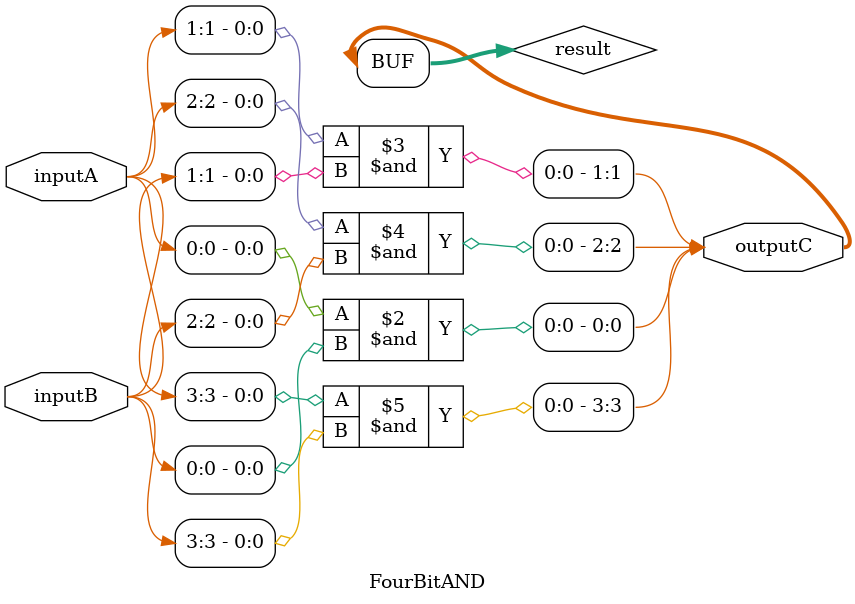
<source format=v>

module FourBitAND(inputA,inputB,outputC);
input  [3:0] inputA;
input  [3:0] inputB;
output [3:0] outputC;
wire   [3:0] inputA;
wire   [3:0] inputB;
reg    [3:0] outputC;

reg    [3:0] result;

always@(*)
begin
	result[0]=inputA[0]&inputB[0];
	result[1]=inputA[1]&inputB[1];
	result[2]=inputA[2]&inputB[2];
	result[3]=inputA[3]&inputB[3];
	outputC=result;
end
 
endmodule
 
</source>
